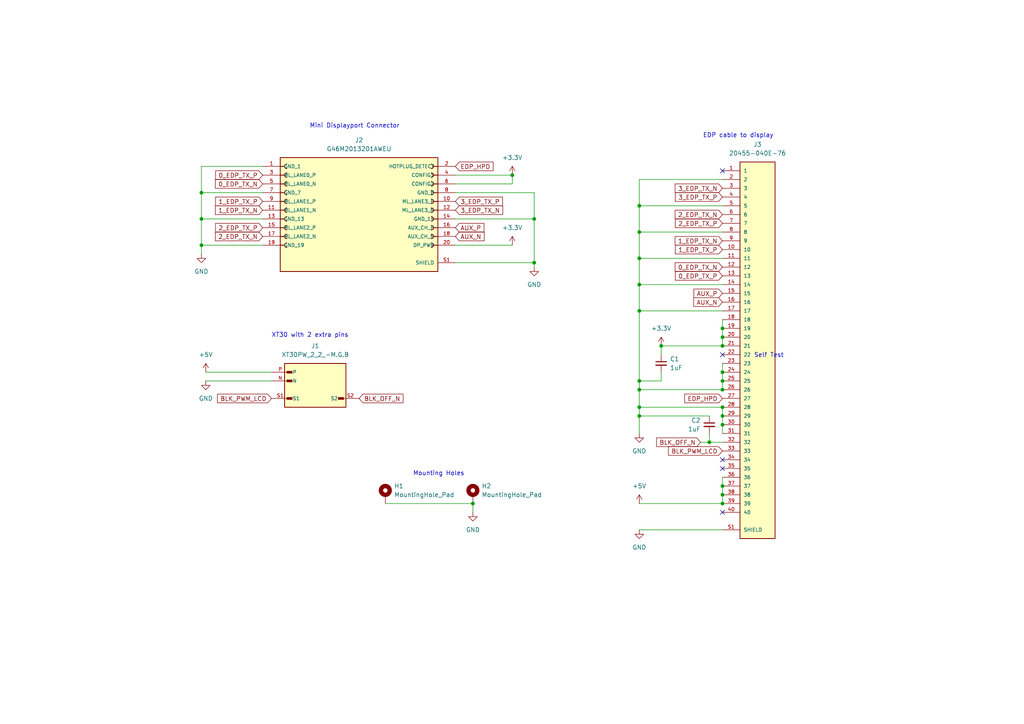
<source format=kicad_sch>
(kicad_sch (version 20250114) (generator "eeschema") (generator_version "9.0")
  (paper "A4")
  (lib_symbols
    (symbol "20455-040E-76:20455-040E-76" (pin_names (offset 1.016))
      (property "Reference" "J" (at -5.08 54.102 0))
      (property "Value" "20455-040E-76" (at -5.08 -58.42 0))
      (symbol "20455-040E-76_0_0"
        (rectangle (start -5.08 -55.88) (end 5.08 53.34) (stroke (width 0.254)) (fill (type background)))
        (pin passive line (at -10.16 50.8 0) (length 5.08) (name "1") (number "1"))
        (pin passive line (at -10.16 48.26 0) (length 5.08) (name "2") (number "2"))
        (pin passive line (at -10.16 45.72 0) (length 5.08) (name "3") (number "3"))
        (pin passive line (at -10.16 43.18 0) (length 5.08) (name "4") (number "4"))
        (pin passive line (at -10.16 40.64 0) (length 5.08) (name "5") (number "5"))
        (pin passive line (at -10.16 38.1 0) (length 5.08) (name "6") (number "6"))
        (pin passive line (at -10.16 35.56 0) (length 5.08) (name "7") (number "7"))
        (pin passive line (at -10.16 33.02 0) (length 5.08) (name "8") (number "8"))
        (pin passive line (at -10.16 30.48 0) (length 5.08) (name "9") (number "9"))
        (pin passive line (at -10.16 27.94 0) (length 5.08) (name "10") (number "10"))
        (pin passive line (at -10.16 25.4 0) (length 5.08) (name "11") (number "11"))
        (pin passive line (at -10.16 22.86 0) (length 5.08) (name "12") (number "12"))
        (pin passive line (at -10.16 20.32 0) (length 5.08) (name "13") (number "13"))
        (pin passive line (at -10.16 17.78 0) (length 5.08) (name "14") (number "14"))
        (pin passive line (at -10.16 15.24 0) (length 5.08) (name "15") (number "15"))
        (pin passive line (at -10.16 12.7 0) (length 5.08) (name "16") (number "16"))
        (pin passive line (at -10.16 10.16 0) (length 5.08) (name "17") (number "17"))
        (pin passive line (at -10.16 7.62 0) (length 5.08) (name "18") (number "18"))
        (pin passive line (at -10.16 5.08 0) (length 5.08) (name "19") (number "19"))
        (pin passive line (at -10.16 2.54 0) (length 5.08) (name "20") (number "20"))
        (pin passive line (at -10.16 0 0) (length 5.08) (name "21") (number "21"))
        (pin passive line (at -10.16 -2.54 0) (length 5.08) (name "22") (number "22"))
        (pin passive line (at -10.16 -5.08 0) (length 5.08) (name "23") (number "23"))
        (pin passive line (at -10.16 -7.62 0) (length 5.08) (name "24") (number "24"))
        (pin passive line (at -10.16 -10.16 0) (length 5.08) (name "25") (number "25"))
        (pin passive line (at -10.16 -12.7 0) (length 5.08) (name "26") (number "26"))
        (pin passive line (at -10.16 -15.24 0) (length 5.08) (name "27") (number "27"))
        (pin passive line (at -10.16 -17.78 0) (length 5.08) (name "28") (number "28"))
        (pin passive line (at -10.16 -20.32 0) (length 5.08) (name "29") (number "29"))
        (pin passive line (at -10.16 -22.86 0) (length 5.08) (name "30") (number "30"))
        (pin passive line (at -10.16 -25.4 0) (length 5.08) (name "31") (number "31"))
        (pin passive line (at -10.16 -27.94 0) (length 5.08) (name "32") (number "32"))
        (pin passive line (at -10.16 -30.48 0) (length 5.08) (name "33") (number "33"))
        (pin passive line (at -10.16 -33.02 0) (length 5.08) (name "34") (number "34"))
        (pin passive line (at -10.16 -35.56 0) (length 5.08) (name "35") (number "35"))
        (pin passive line (at -10.16 -38.1 0) (length 5.08) (name "36") (number "36"))
        (pin passive line (at -10.16 -40.64 0) (length 5.08) (name "37") (number "37"))
        (pin passive line (at -10.16 -43.18 0) (length 5.08) (name "38") (number "38"))
        (pin passive line (at -10.16 -45.72 0) (length 5.08) (name "39") (number "39"))
        (pin passive line (at -10.16 -48.26 0) (length 5.08) (name "40") (number "40"))
        (pin passive line (at -10.16 -53.34 0) (length 5.08) (name "SHIELD") (number "S1"))
        (pin passive line (at -10.16 -53.34 0) (length 5.08) (hide yes) (name "SHIELD") (number "S2"))
        (pin passive line (at -10.16 -53.34 0) (length 5.08) (hide yes) (name "SHIELD") (number "S3"))
        (pin passive line (at -10.16 -53.34 0) (length 5.08) (hide yes) (name "SHIELD") (number "S4"))
      )
    )
    (symbol "Device:C_Small" (pin_numbers (hide yes)) (pin_names (offset 0.254) (hide yes))
      (property "Reference" "C" (at 0.254 1.778 0))
      (property "Value" "C_Small" (at 0.254 -2.032 0))
      (symbol "C_Small_0_1"
        (polyline (pts (xy -1.524 0.508) (xy 1.524 0.508)) (stroke (width 0.3048)))
        (polyline (pts (xy -1.524 -0.508) (xy 1.524 -0.508)) (stroke (width 0.3302)))
      )
      (symbol "C_Small_1_1"
        (pin passive line (at 0 2.54 270) (length 2.032) (name "~") (number "1"))
        (pin passive line (at 0 -2.54 90) (length 2.032) (name "~") (number "2"))
      )
    )
    (symbol "G46M2013201AWEU:G46M2013201AWEU" (pin_names (offset 1.016))
      (property "Reference" "J" (at -22.86 16.51 0))
      (property "Value" "G46M2013201AWEU" (at -22.86 -20.32 0))
      (symbol "G46M2013201AWEU_0_0"
        (polyline (pts (xy -22.86 12.7) (xy -21.59 12.7)) (stroke (width 0.254)))
        (polyline (pts (xy -22.86 10.16) (xy -21.59 10.16)) (stroke (width 0.254)))
        (polyline (pts (xy -22.86 7.62) (xy -21.59 7.62)) (stroke (width 0.254)))
        (polyline (pts (xy -22.86 5.08) (xy -21.59 5.08)) (stroke (width 0.254)))
        (polyline (pts (xy -22.86 2.54) (xy -21.59 2.54)) (stroke (width 0.254)))
        (polyline (pts (xy -22.86 0) (xy -21.59 0)) (stroke (width 0.254)))
        (polyline (pts (xy -22.86 -2.54) (xy -21.59 -2.54)) (stroke (width 0.254)))
        (polyline (pts (xy -22.86 -5.08) (xy -21.59 -5.08)) (stroke (width 0.254)))
        (polyline (pts (xy -22.86 -7.62) (xy -21.59 -7.62)) (stroke (width 0.254)))
        (polyline (pts (xy -22.86 -10.16) (xy -21.59 -10.16)) (stroke (width 0.254)))
        (rectangle (start -22.86 -17.78) (end 22.86 15.24) (stroke (width 0.254)) (fill (type background)))
        (arc (start -20.955 12.065) (mid -21.5872 12.7) (end -20.955 13.335) (stroke (width 0.254)))
        (arc (start -20.955 9.525) (mid -21.5872 10.16) (end -20.955 10.795) (stroke (width 0.254)))
        (arc (start -20.955 6.985) (mid -21.5872 7.62) (end -20.955 8.255) (stroke (width 0.254)))
        (arc (start -20.955 4.445) (mid -21.5872 5.08) (end -20.955 5.715) (stroke (width 0.254)))
        (arc (start -20.955 1.905) (mid -21.5872 2.54) (end -20.955 3.175) (stroke (width 0.254)))
        (arc (start -20.955 -0.635) (mid -21.5872 0) (end -20.955 0.635) (stroke (width 0.254)))
        (arc (start -20.955 -3.175) (mid -21.5872 -2.54) (end -20.955 -1.905) (stroke (width 0.254)))
        (arc (start -20.955 -5.715) (mid -21.5872 -5.08) (end -20.955 -4.445) (stroke (width 0.254)))
        (arc (start -20.955 -8.255) (mid -21.5872 -7.62) (end -20.955 -6.985) (stroke (width 0.254)))
        (arc (start -20.955 -10.795) (mid -21.5872 -10.16) (end -20.955 -9.525) (stroke (width 0.254)))
        (arc (start 20.955 13.335) (mid 21.5872 12.7) (end 20.955 12.065) (stroke (width 0.254)))
        (arc (start 20.955 10.795) (mid 21.5872 10.16) (end 20.955 9.525) (stroke (width 0.254)))
        (arc (start 20.955 8.255) (mid 21.5872 7.62) (end 20.955 6.985) (stroke (width 0.254)))
        (arc (start 20.955 5.715) (mid 21.5872 5.08) (end 20.955 4.445) (stroke (width 0.254)))
        (arc (start 20.955 3.175) (mid 21.5872 2.54) (end 20.955 1.905) (stroke (width 0.254)))
        (arc (start 20.955 0.635) (mid 21.5872 0) (end 20.955 -0.635) (stroke (width 0.254)))
        (arc (start 20.955 -1.905) (mid 21.5872 -2.54) (end 20.955 -3.175) (stroke (width 0.254)))
        (arc (start 20.955 -4.445) (mid 21.5872 -5.08) (end 20.955 -5.715) (stroke (width 0.254)))
        (arc (start 20.955 -6.985) (mid 21.5872 -7.62) (end 20.955 -8.255) (stroke (width 0.254)))
        (arc (start 20.955 -9.525) (mid 21.5872 -10.16) (end 20.955 -10.795) (stroke (width 0.254)))
        (polyline (pts (xy 22.86 12.7) (xy 21.59 12.7)) (stroke (width 0.254)))
        (polyline (pts (xy 22.86 10.16) (xy 21.59 10.16)) (stroke (width 0.254)))
        (polyline (pts (xy 22.86 7.62) (xy 21.59 7.62)) (stroke (width 0.254)))
        (polyline (pts (xy 22.86 5.08) (xy 21.59 5.08)) (stroke (width 0.254)))
        (polyline (pts (xy 22.86 2.54) (xy 21.59 2.54)) (stroke (width 0.254)))
        (polyline (pts (xy 22.86 0) (xy 21.59 0)) (stroke (width 0.254)))
        (polyline (pts (xy 22.86 -2.54) (xy 21.59 -2.54)) (stroke (width 0.254)))
        (polyline (pts (xy 22.86 -5.08) (xy 21.59 -5.08)) (stroke (width 0.254)))
        (polyline (pts (xy 22.86 -7.62) (xy 21.59 -7.62)) (stroke (width 0.254)))
        (polyline (pts (xy 22.86 -10.16) (xy 21.59 -10.16)) (stroke (width 0.254)))
        (pin power_in line (at -27.94 12.7 0) (length 5.08) (name "GND_1") (number "1"))
        (pin output line (at -27.94 10.16 0) (length 5.08) (name "ML_LANE0_P") (number "3"))
        (pin output line (at -27.94 7.62 0) (length 5.08) (name "ML_LANE0_N") (number "5"))
        (pin power_in line (at -27.94 5.08 0) (length 5.08) (name "GND_7") (number "7"))
        (pin output line (at -27.94 2.54 0) (length 5.08) (name "ML_LANE1_P") (number "9"))
        (pin output line (at -27.94 0 0) (length 5.08) (name "ML_LANE1_N") (number "11"))
        (pin power_in line (at -27.94 -2.54 0) (length 5.08) (name "GND_13") (number "13"))
        (pin output line (at -27.94 -5.08 0) (length 5.08) (name "ML_LANE2_P") (number "15"))
        (pin output line (at -27.94 -7.62 0) (length 5.08) (name "ML_LANE2_N") (number "17"))
        (pin power_in line (at -27.94 -10.16 0) (length 5.08) (name "GND_19") (number "19"))
        (pin input line (at 27.94 12.7 180) (length 5.08) (name "HOTPLUG_DETECT") (number "2"))
        (pin passive line (at 27.94 10.16 180) (length 5.08) (name "CONFIG1") (number "4"))
        (pin passive line (at 27.94 7.62 180) (length 5.08) (name "CONFIG2") (number "6"))
        (pin power_in line (at 27.94 5.08 180) (length 5.08) (name "GND_8") (number "8"))
        (pin output line (at 27.94 2.54 180) (length 5.08) (name "ML_LANE3_P") (number "10"))
        (pin output line (at 27.94 0 180) (length 5.08) (name "ML_LANE3_N") (number "12"))
        (pin power_in line (at 27.94 -2.54 180) (length 5.08) (name "GND_14") (number "14"))
        (pin bidirectional line (at 27.94 -5.08 180) (length 5.08) (name "AUX_CH_P") (number "16"))
        (pin bidirectional line (at 27.94 -7.62 180) (length 5.08) (name "AUX_CH_N") (number "18"))
        (pin power_in line (at 27.94 -10.16 180) (length 5.08) (name "DP_PWR") (number "20"))
        (pin passive line (at 27.94 -15.24 180) (length 5.08) (name "SHIELD") (number "S1"))
        (pin passive line (at 27.94 -15.24 180) (length 5.08) (hide yes) (name "SHIELD") (number "S2"))
        (pin passive line (at 27.94 -15.24 180) (length 5.08) (hide yes) (name "SHIELD") (number "S3"))
        (pin passive line (at 27.94 -15.24 180) (length 5.08) (hide yes) (name "SHIELD") (number "S4"))
      )
    )
    (symbol "Mechanical:MountingHole_Pad" (pin_numbers (hide yes)) (pin_names (offset 1.016) (hide yes)) (in_bom no)
      (property "Reference" "H" (at 0 6.35 0))
      (property "Value" "MountingHole_Pad" (at 0 4.445 0))
      (symbol "MountingHole_Pad_0_1"
        (circle (center 0 1.27) (radius 1.27) (stroke (width 1.27)))
      )
      (symbol "MountingHole_Pad_1_1"
        (pin input line (at 0 -2.54 90) (length 2.54) (name "1") (number "1"))
      )
    )
    (symbol "XT30PW_2_2_-M.G.B:XT30PW_2_2_-M.G.B" (pin_names (offset 1.016))
      (property "Reference" "J" (at -8.89 5.842 0))
      (property "Value" "XT30PW_2_2_-M.G.B" (at -8.89 -10.16 0))
      (symbol "XT30PW_2_2_-M.G.B_0_0"
        (rectangle (start -8.89 -7.62) (end 8.89 5.08) (stroke (width 0.254)) (fill (type background)))
        (rectangle (start -8.255 2.2225) (end -6.6675 2.8575) (stroke (width 0.1)) (fill (type outline)))
        (rectangle (start -8.255 -0.3175) (end -6.6675 0.3175) (stroke (width 0.1)) (fill (type outline)))
        (rectangle (start -8.255 -5.3975) (end -6.6675 -4.7625) (stroke (width 0.1)) (fill (type outline)))
        (rectangle (start 6.6675 -5.3975) (end 8.255 -4.7625) (stroke (width 0.1)) (fill (type outline)))
        (pin power_in line (at -12.7 2.54 0) (length 5.08) (name "P") (number "P"))
        (pin power_in line (at -12.7 0 0) (length 5.08) (name "N") (number "N"))
        (pin passive line (at -12.7 -5.08 0) (length 5.08) (name "S1") (number "S1"))
        (pin passive line (at 12.7 -5.08 180) (length 5.08) (name "S2") (number "S2"))
      )
    )
    (symbol "power:+3.3V" (power) (pin_numbers (hide yes)) (pin_names (offset 0) (hide yes))
      (property "Value" "+3.3V" (at 0 3.556 0))
      (symbol "+3.3V_0_1"
        (polyline (pts (xy -0.762 1.27) (xy 0 2.54)))
        (polyline (pts (xy 0 2.54) (xy 0.762 1.27)))
        (polyline (pts (xy 0 0) (xy 0 2.54)))
      )
      (symbol "+3.3V_1_1"
        (pin power_in line (at 0 0 90) (length 0) (name "~") (number "1"))
      )
    )
    (symbol "power:+5V" (power) (pin_numbers (hide yes)) (pin_names (offset 0) (hide yes))
      (property "Value" "+5V" (at 0 3.556 0))
      (symbol "+5V_0_1"
        (polyline (pts (xy -0.762 1.27) (xy 0 2.54)))
        (polyline (pts (xy 0 2.54) (xy 0.762 1.27)))
        (polyline (pts (xy 0 0) (xy 0 2.54)))
      )
      (symbol "+5V_1_1"
        (pin power_in line (at 0 0 90) (length 0) (name "~") (number "1"))
      )
    )
    (symbol "power:GND" (power) (pin_numbers (hide yes)) (pin_names (offset 0) (hide yes))
      (property "Value" "GND" (at 0 -3.81 0))
      (symbol "GND_0_1"
        (polyline (pts (xy 0 0) (xy 0 -1.27) (xy 1.27 -1.27) (xy 0 -2.54) (xy -1.27 -1.27) (xy 0 -1.27)))
      )
      (symbol "GND_1_1"
        (pin power_in line (at 0 0 270) (length 0) (name "~") (number "1"))
      )
    )
  )
  (text "XT30 with 2 extra pins" (at 89.916 97.282 0) (effects (font (size 1.27 1.27))))
  (text "EDP cable to display" (at 214.122 39.37 0) (effects (font (size 1.27 1.27))))
  (text "Mini Displayport Connector" (at 102.87 36.576 0) (effects (font (size 1.27 1.27))))
  (text "Mounting Holes" (at 127.254 137.414 0) (effects (font (size 1.27 1.27))))
  (text "Self Test" (at 223.012 103.124 0) (effects (font (size 1.27 1.27))))
  (junction (at 209.55 143.51))
  (junction (at 185.42 113.03))
  (junction (at 191.77 100.33))
  (junction (at 58.42 71.12))
  (junction (at 205.74 128.27))
  (junction (at 209.55 100.33))
  (junction (at 148.59 50.8))
  (junction (at 185.42 110.49))
  (junction (at 209.55 123.19))
  (junction (at 185.42 118.11))
  (junction (at 209.55 110.49))
  (junction (at 209.55 120.65))
  (junction (at 209.55 113.03))
  (junction (at 209.55 97.79))
  (junction (at 209.55 146.05))
  (junction (at 209.55 95.25))
  (junction (at 58.42 55.88))
  (junction (at 185.42 82.55))
  (junction (at 209.55 140.97))
  (junction (at 185.42 74.93))
  (junction (at 185.42 90.17))
  (junction (at 154.94 76.2))
  (junction (at 185.42 67.31))
  (junction (at 154.94 63.5))
  (junction (at 209.55 107.95))
  (junction (at 209.55 118.11))
  (junction (at 58.42 63.5))
  (junction (at 185.42 120.65))
  (junction (at 185.42 59.69))
  (junction (at 137.16 146.05))
  (no_connect (at 209.55 133.35))
  (no_connect (at 209.55 148.59))
  (no_connect (at 209.55 102.87))
  (no_connect (at 209.55 49.53))
  (no_connect (at 209.55 135.89))
  (wire (pts (xy 209.55 107.95) (xy 209.55 110.49)))
  (wire (pts (xy 209.55 123.19) (xy 209.55 125.73)))
  (wire (pts (xy 185.42 74.93) (xy 185.42 82.55)))
  (wire (pts (xy 58.42 48.26) (xy 58.42 55.88)))
  (wire (pts (xy 59.69 107.95) (xy 78.74 107.95)))
  (wire (pts (xy 154.94 76.2) (xy 132.08 76.2)))
  (wire (pts (xy 185.42 120.65) (xy 185.42 125.73)))
  (wire (pts (xy 209.55 110.49) (xy 209.55 113.03)))
  (wire (pts (xy 132.08 53.34) (xy 148.59 53.34)))
  (wire (pts (xy 58.42 73.66) (xy 58.42 71.12)))
  (wire (pts (xy 205.74 125.73) (xy 205.74 128.27)))
  (wire (pts (xy 59.69 110.49) (xy 78.74 110.49)))
  (wire (pts (xy 154.94 77.47) (xy 154.94 76.2)))
  (wire (pts (xy 58.42 55.88) (xy 76.2 55.88)))
  (wire (pts (xy 185.42 67.31) (xy 209.55 67.31)))
  (wire (pts (xy 185.42 153.67) (xy 209.55 153.67)))
  (wire (pts (xy 148.59 50.8) (xy 148.59 53.34)))
  (wire (pts (xy 185.42 59.69) (xy 209.55 59.69)))
  (wire (pts (xy 185.42 74.93) (xy 209.55 74.93)))
  (wire (pts (xy 185.42 82.55) (xy 185.42 90.17)))
  (wire (pts (xy 203.2 128.27) (xy 205.74 128.27)))
  (wire (pts (xy 191.77 102.87) (xy 191.77 100.33)))
  (wire (pts (xy 58.42 55.88) (xy 58.42 63.5)))
  (wire (pts (xy 185.42 90.17) (xy 185.42 110.49)))
  (wire (pts (xy 205.74 128.27) (xy 209.55 128.27)))
  (wire (pts (xy 148.59 71.12) (xy 132.08 71.12)))
  (wire (pts (xy 185.42 146.05) (xy 209.55 146.05)))
  (wire (pts (xy 209.55 138.43) (xy 209.55 140.97)))
  (wire (pts (xy 185.42 113.03) (xy 209.55 113.03)))
  (wire (pts (xy 209.55 140.97) (xy 209.55 143.51)))
  (wire (pts (xy 209.55 120.65) (xy 209.55 123.19)))
  (wire (pts (xy 58.42 63.5) (xy 58.42 71.12)))
  (wire (pts (xy 185.42 82.55) (xy 209.55 82.55)))
  (wire (pts (xy 209.55 100.33) (xy 191.77 100.33)))
  (wire (pts (xy 58.42 63.5) (xy 76.2 63.5)))
  (wire (pts (xy 209.55 118.11) (xy 209.55 120.65)))
  (wire (pts (xy 209.55 118.11) (xy 185.42 118.11)))
  (wire (pts (xy 209.55 92.71) (xy 209.55 95.25)))
  (wire (pts (xy 154.94 55.88) (xy 132.08 55.88)))
  (wire (pts (xy 185.42 118.11) (xy 185.42 120.65)))
  (wire (pts (xy 185.42 90.17) (xy 209.55 90.17)))
  (wire (pts (xy 209.55 105.41) (xy 209.55 107.95)))
  (wire (pts (xy 154.94 63.5) (xy 154.94 76.2)))
  (wire (pts (xy 185.42 113.03) (xy 185.42 118.11)))
  (wire (pts (xy 185.42 59.69) (xy 185.42 67.31)))
  (wire (pts (xy 154.94 63.5) (xy 132.08 63.5)))
  (wire (pts (xy 209.55 143.51) (xy 209.55 146.05)))
  (wire (pts (xy 185.42 52.07) (xy 185.42 59.69)))
  (wire (pts (xy 185.42 110.49) (xy 185.42 113.03)))
  (wire (pts (xy 191.77 110.49) (xy 185.42 110.49)))
  (wire (pts (xy 209.55 97.79) (xy 209.55 100.33)))
  (wire (pts (xy 137.16 146.05) (xy 137.16 148.59)))
  (wire (pts (xy 209.55 95.25) (xy 209.55 97.79)))
  (wire (pts (xy 185.42 52.07) (xy 209.55 52.07)))
  (wire (pts (xy 76.2 48.26) (xy 58.42 48.26)))
  (wire (pts (xy 185.42 67.31) (xy 185.42 74.93)))
  (wire (pts (xy 111.76 146.05) (xy 137.16 146.05)))
  (wire (pts (xy 191.77 110.49) (xy 191.77 107.95)))
  (wire (pts (xy 58.42 71.12) (xy 76.2 71.12)))
  (wire (pts (xy 132.08 50.8) (xy 148.59 50.8)))
  (wire (pts (xy 154.94 63.5) (xy 154.94 55.88)))
  (wire (pts (xy 185.42 120.65) (xy 205.74 120.65)))
  (global_label "AUX_P" (shape input) (at 209.55 85.09 180) (property "Intersheetrefs" "${INTERSHEET_REFS}" (effects (hide yes))))
  (global_label "EDP_HPD" (shape input) (at 209.55 115.57 180) (property "Intersheetrefs" "${INTERSHEET_REFS}" (effects (hide yes))))
  (global_label "2_EDP_TX_P" (shape input) (at 76.2 66.04 180) (property "Intersheetrefs" "${INTERSHEET_REFS}" (effects (hide yes))))
  (global_label "EDP_HPD" (shape input) (at 132.08 48.26 0) (property "Intersheetrefs" "${INTERSHEET_REFS}" (effects (hide yes))))
  (global_label "3_EDP_TX_P" (shape input) (at 132.08 58.42 0) (property "Intersheetrefs" "${INTERSHEET_REFS}" (effects (hide yes))))
  (global_label "AUX_N" (shape input) (at 132.08 68.58 0) (property "Intersheetrefs" "${INTERSHEET_REFS}" (effects (hide yes))))
  (global_label "3_EDP_TX_N" (shape input) (at 209.55 54.61 180) (property "Intersheetrefs" "${INTERSHEET_REFS}" (effects (hide yes))))
  (global_label "0_EDP_TX_P" (shape input) (at 76.2 50.8 180) (property "Intersheetrefs" "${INTERSHEET_REFS}" (effects (hide yes))))
  (global_label "1_EDP_TX_N" (shape input) (at 76.2 60.96 180) (property "Intersheetrefs" "${INTERSHEET_REFS}" (effects (hide yes))))
  (global_label "3_EDP_TX_P" (shape input) (at 209.55 57.15 180) (property "Intersheetrefs" "${INTERSHEET_REFS}" (effects (hide yes))))
  (global_label "1_EDP_TX_P" (shape input) (at 76.2 58.42 180) (property "Intersheetrefs" "${INTERSHEET_REFS}" (effects (hide yes))))
  (global_label "BLK_PWM_LCD" (shape input) (at 78.74 115.57 180) (property "Intersheetrefs" "${INTERSHEET_REFS}" (effects (hide yes))))
  (global_label "BLK_PWM_LCD" (shape input) (at 209.55 130.81 180) (property "Intersheetrefs" "${INTERSHEET_REFS}" (effects (hide yes))))
  (global_label "2_EDP_TX_P" (shape input) (at 209.55 64.77 180) (property "Intersheetrefs" "${INTERSHEET_REFS}" (effects (hide yes))))
  (global_label "0_EDP_TX_N" (shape input) (at 76.2 53.34 180) (property "Intersheetrefs" "${INTERSHEET_REFS}" (effects (hide yes))))
  (global_label "AUX_P" (shape input) (at 132.08 66.04 0) (property "Intersheetrefs" "${INTERSHEET_REFS}" (effects (hide yes))))
  (global_label "2_EDP_TX_N" (shape input) (at 209.55 62.23 180) (property "Intersheetrefs" "${INTERSHEET_REFS}" (effects (hide yes))))
  (global_label "AUX_N" (shape input) (at 209.55 87.63 180) (property "Intersheetrefs" "${INTERSHEET_REFS}" (effects (hide yes))))
  (global_label "BLK_OFF_N" (shape input) (at 203.2 128.27 180) (property "Intersheetrefs" "${INTERSHEET_REFS}" (effects (hide yes))))
  (global_label "3_EDP_TX_N" (shape input) (at 132.08 60.96 0) (property "Intersheetrefs" "${INTERSHEET_REFS}" (effects (hide yes))))
  (global_label "0_EDP_TX_P" (shape input) (at 209.55 80.01 180) (property "Intersheetrefs" "${INTERSHEET_REFS}" (effects (hide yes))))
  (global_label "1_EDP_TX_P" (shape input) (at 209.55 72.39 180) (property "Intersheetrefs" "${INTERSHEET_REFS}" (effects (hide yes))))
  (global_label "1_EDP_TX_N" (shape input) (at 209.55 69.85 180) (property "Intersheetrefs" "${INTERSHEET_REFS}" (effects (hide yes))))
  (global_label "BLK_OFF_N" (shape input) (at 104.14 115.57 0) (property "Intersheetrefs" "${INTERSHEET_REFS}" (effects (hide yes))))
  (global_label "2_EDP_TX_N" (shape input) (at 76.2 68.58 180) (property "Intersheetrefs" "${INTERSHEET_REFS}" (effects (hide yes))))
  (global_label "0_EDP_TX_N" (shape input) (at 209.55 77.47 180) (property "Intersheetrefs" "${INTERSHEET_REFS}" (effects (hide yes))))
  (symbol (lib_id "power:GND") (at 59.69 110.49 0) (unit 1)
    (property "Reference" "#PWR0110" (effects (hide yes)))
    (property "Value" "GND" (at 59.69 115.57 0))
    (property "Description" "Power symbol creates a global label with name \"GND\" , ground" (effects (hide yes)))
  )
  (symbol (lib_id "Mechanical:MountingHole_Pad") (at 111.76 143.51 0) (unit 1) (in_bom no)
    (property "Reference" "H1" (at 114.3 140.9699 0) (effects (justify left)))
    (property "Value" "MountingHole_Pad" (at 114.3 143.5099 0) (effects (justify left)))
    (property "Footprint" "MountingHole:MountingHole_2.2mm_M2_DIN965_Pad_TopBottom" (effects (hide yes)))
    (property "Description" "Mounting Hole with connection" (effects (hide yes)))
  )
  (symbol (lib_id "20455-040E-76:20455-040E-76") (at 219.71 100.33 0) (unit 1)
    (property "Reference" "J3" (at 219.71 41.91 0))
    (property "Value" "20455-040E-76" (at 219.71 44.45 0))
    (property "Footprint" "SnapEDA:IPEX_20455-040E-76" (effects (hide yes)))
    (property "MF" "I-PEX" (effects (hide yes)))
    (property "Description_1" "40 POS Right Angle SMD 0.5 mm pitch, Horizontal mating type Micro-coaxial and FPC connector with mechanical lock (VESA standard connector) CABLINE-VS Receptacle" (effects (hide yes)))
    (property "Package" "None" (effects (hide yes)))
    (property "Price" "None" (effects (hide yes)))
    (property "Check_prices" "https://www.snapeda.com/parts/20455-040E-76/I-PEX/view-part/?ref=eda" (effects (hide yes)))
    (property "STANDARD" "Manufacturer Recommendations" (effects (hide yes)))
    (property "SnapEDA_Link" "https://www.snapeda.com/parts/20455-040E-76/I-PEX/view-part/?ref=snap" (effects (hide yes)))
    (property "MP" "20455-040E-76" (effects (hide yes)))
    (property "Availability" "In Stock" (effects (hide yes)))
    (property "MANUFACTURER" "I-PEX" (effects (hide yes)))
  )
  (symbol (lib_id "power:+3.3V") (at 148.59 50.8 0) (unit 1)
    (property "Reference" "#PWR0103" (effects (hide yes)))
    (property "Value" "+3.3V" (at 148.59 45.72 0))
    (property "Description" "Power symbol creates a global label with name \"+3.3V\"" (effects (hide yes)))
  )
  (symbol (lib_id "Mechanical:MountingHole_Pad") (at 137.16 143.51 0) (unit 1) (in_bom no)
    (property "Reference" "H2" (at 139.7 140.9699 0) (effects (justify left)))
    (property "Value" "MountingHole_Pad" (at 139.7 143.5099 0) (effects (justify left)))
    (property "Footprint" "MountingHole:MountingHole_2.2mm_M2_DIN965_Pad_TopBottom" (effects (hide yes)))
    (property "Description" "Mounting Hole with connection" (effects (hide yes)))
  )
  (symbol (lib_id "Device:C_Small") (at 205.74 123.19 0) (mirror y) (unit 1)
    (property "Reference" "C2" (at 203.2 121.9262 0) (effects (justify left)))
    (property "Value" "1uF" (at 203.2 124.4662 0) (effects (justify left)))
    (property "Footprint" "Capacitor_SMD:C_0603_1608Metric_Pad1.08x0.95mm_HandSolder" (effects (hide yes)))
    (property "Description" "Unpolarized capacitor, small symbol" (effects (hide yes)))
  )
  (symbol (lib_id "power:+5V") (at 59.69 107.95 0) (unit 1)
    (property "Reference" "#PWR0109" (effects (hide yes)))
    (property "Value" "+5V" (at 59.69 102.87 0))
    (property "Description" "Power symbol creates a global label with name \"+5V\"" (effects (hide yes)))
  )
  (symbol (lib_id "Device:C_Small") (at 191.77 105.41 0) (unit 1)
    (property "Reference" "C1" (at 194.31 104.1462 0) (effects (justify left)))
    (property "Value" "1uF" (at 194.31 106.6862 0) (effects (justify left)))
    (property "Footprint" "Capacitor_SMD:C_0603_1608Metric_Pad1.08x0.95mm_HandSolder" (effects (hide yes)))
    (property "Description" "Unpolarized capacitor, small symbol" (effects (hide yes)))
  )
  (symbol (lib_id "XT30PW_2_2_-M.G.B:XT30PW_2_2_-M.G.B") (at 91.44 110.49 0) (unit 1)
    (property "Reference" "J1" (at 91.44 100.33 0))
    (property "Value" "XT30PW_2_2_-M.G.B" (at 91.44 102.87 0))
    (property "Footprint" "SnapEDA:AMASS_XT30PW_2_2_-M.G.B" (effects (hide yes)))
    (property "MF" "AMASS" (effects (hide yes)))
    (property "MAXIMUM_PACKAGE_HEIGHT" "5.2mm" (effects (hide yes)))
    (property "CREATOR" "ANA" (effects (hide yes)))
    (property "Price" "None" (effects (hide yes)))
    (property "Package" "None" (effects (hide yes)))
    (property "Check_prices" "https://www.snapeda.com/parts/XT30PW(2+2)-M.G.B/AMASS/view-part/?ref=eda" (effects (hide yes)))
    (property "STANDARD" "Manufacturer Recommendations" (effects (hide yes)))
    (property "PARTREV" "NA" (effects (hide yes)))
    (property "SnapEDA_Link" "https://www.snapeda.com/parts/XT30PW(2+2)-M.G.B/AMASS/view-part/?ref=snap" (effects (hide yes)))
    (property "MP" "XT30PW(2+2)-M.G.B" (effects (hide yes)))
    (property "Description_1" "Industrial Control Plug" (effects (hide yes)))
    (property "Availability" "Not in stock" (effects (hide yes)))
    (property "MANUFACTURER" "AMASS" (effects (hide yes)))
  )
  (symbol (lib_id "power:GND") (at 185.42 125.73 0) (mirror y) (unit 1)
    (property "Reference" "#PWR0107" (effects (hide yes)))
    (property "Value" "GND" (at 185.42 130.81 0))
    (property "Description" "Power symbol creates a global label with name \"GND\" , ground" (effects (hide yes)))
  )
  (symbol (lib_id "power:GND") (at 154.94 77.47 0) (unit 1)
    (property "Reference" "#PWR0104" (effects (hide yes)))
    (property "Value" "GND" (at 154.94 82.55 0))
    (property "Description" "Power symbol creates a global label with name \"GND\" , ground" (effects (hide yes)))
  )
  (symbol (lib_id "power:+5V") (at 185.42 146.05 0) (mirror y) (unit 1)
    (property "Reference" "#PWR0105" (effects (hide yes)))
    (property "Value" "+5V" (at 185.42 140.97 0))
    (property "Description" "Power symbol creates a global label with name \"+5V\"" (effects (hide yes)))
  )
  (symbol (lib_id "power:GND") (at 185.42 153.67 0) (mirror y) (unit 1)
    (property "Reference" "#PWR0106" (effects (hide yes)))
    (property "Value" "GND" (at 185.42 158.75 0))
    (property "Description" "Power symbol creates a global label with name \"GND\" , ground" (effects (hide yes)))
  )
  (symbol (lib_id "power:GND") (at 58.42 73.66 0) (unit 1)
    (property "Reference" "#PWR0108" (effects (hide yes)))
    (property "Value" "GND" (at 58.42 78.74 0))
    (property "Description" "Power symbol creates a global label with name \"GND\" , ground" (effects (hide yes)))
  )
  (symbol (lib_id "power:+3.3V") (at 148.59 71.12 0) (unit 1)
    (property "Reference" "#PWR0102" (effects (hide yes)))
    (property "Value" "+3.3V" (at 148.59 66.04 0))
    (property "Description" "Power symbol creates a global label with name \"+3.3V\"" (effects (hide yes)))
  )
  (symbol (lib_id "power:GND") (at 137.16 148.59 0) (unit 1)
    (property "Reference" "#PWR08" (effects (hide yes)))
    (property "Value" "GND" (at 137.16 153.67 0))
    (property "Description" "Power symbol creates a global label with name \"GND\" , ground" (effects (hide yes)))
  )
  (symbol (lib_id "G46M2013201AWEU:G46M2013201AWEU") (at 104.14 60.96 0) (unit 1)
    (property "Reference" "J2" (at 104.14 40.64 0))
    (property "Value" "G46M2013201AWEU" (at 104.14 43.18 0))
    (property "Footprint" "SnapEDA:AMPHENOL_G46M2013201AWEU" (effects (hide yes)))
    (property "MF" "Amphenol Taiwan" (effects (hide yes)))
    (property "MAXIMUM_PACKAGE_HEIGHT" "5.40mm" (effects (hide yes)))
    (property "Package" "None" (effects (hide yes)))
    (property "Price" "None" (effects (hide yes)))
    (property "Check_prices" "https://www.snapeda.com/parts/G46M2013201AWEU/Amphenol/view-part/?ref=eda" (effects (hide yes)))
    (property "STANDARD" "Manufacturer Recommendations" (effects (hide yes)))
    (property "PARTREV" "C" (effects (hide yes)))
    (property "SnapEDA_Link" "https://www.snapeda.com/parts/G46M2013201AWEU/Amphenol/view-part/?ref=snap" (effects (hide yes)))
    (property "MP" "G46M2013201AWEU" (effects (hide yes)))
    (property "Description_1" "DisplayPort Connector System - G46 Series, Input Output Connectors, mini DisplayPort, 20 Position, Receptacle, Right Angle, SMT+Dip (Through Hole for Shell Peg) Type, Tail 2.20mm, 15μin Gold Plating, High Temperature Thermo Plastic, Black, Tube Package" (effects (hide yes)))
    (property "MANUFACTURER" "Amphenol" (effects (hide yes)))
    (property "Availability" "In Stock" (effects (hide yes)))
    (property "SNAPEDA_PN" "G46M2013201AWEU" (effects (hide yes)))
  )
  (symbol (lib_id "power:+3.3V") (at 191.77 100.33 0) (mirror y) (unit 1)
    (property "Reference" "#PWR0101" (effects (hide yes)))
    (property "Value" "+3.3V" (at 191.77 95.25 0))
    (property "Description" "Power symbol creates a global label with name \"+3.3V\"" (effects (hide yes)))
  )
)
</source>
